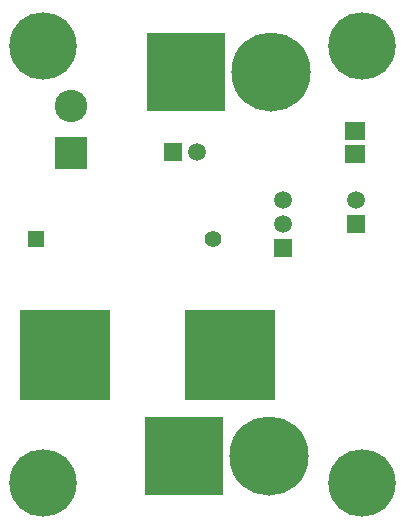
<source format=gbs>
G04 EAGLE Gerber RS-274X export*
G75*
%MOMM*%
%FSLAX34Y34*%
%LPD*%
%INBottom Solder Mask*%
%IPPOS*%
%AMOC8*
5,1,8,0,0,1.08239X$1,22.5*%
G01*
%ADD10R,1.803200X1.503200*%
%ADD11R,1.411200X1.411200*%
%ADD12C,1.411200*%
%ADD13R,6.703200X6.703200*%
%ADD14C,6.703200*%
%ADD15R,2.753200X2.753200*%
%ADD16C,2.753200*%
%ADD17R,1.511200X1.511200*%
%ADD18C,1.511200*%
%ADD19C,1.603200*%
%ADD20R,7.703200X7.703200*%
%ADD21C,5.703200*%


D10*
X294080Y327700D03*
X294080Y308700D03*
D11*
X23600Y236200D03*
D12*
X173600Y236200D03*
D13*
X150700Y377400D03*
D14*
X222700Y377400D03*
D13*
X148900Y52400D03*
D14*
X220900Y52400D03*
D15*
X53500Y309400D03*
D16*
X53500Y349000D03*
D17*
X294374Y249116D03*
D18*
X294374Y269116D03*
D17*
X232746Y229116D03*
D18*
X232746Y249116D03*
X232746Y269116D03*
D19*
X188400Y163810D03*
X188400Y113010D03*
X48700Y113010D03*
X48700Y163810D03*
D20*
X188400Y138410D03*
X48700Y138410D03*
D17*
X140000Y310000D03*
D18*
X160000Y310000D03*
D21*
X300000Y400000D03*
X300000Y30000D03*
X30000Y30000D03*
X30000Y400000D03*
M02*

</source>
